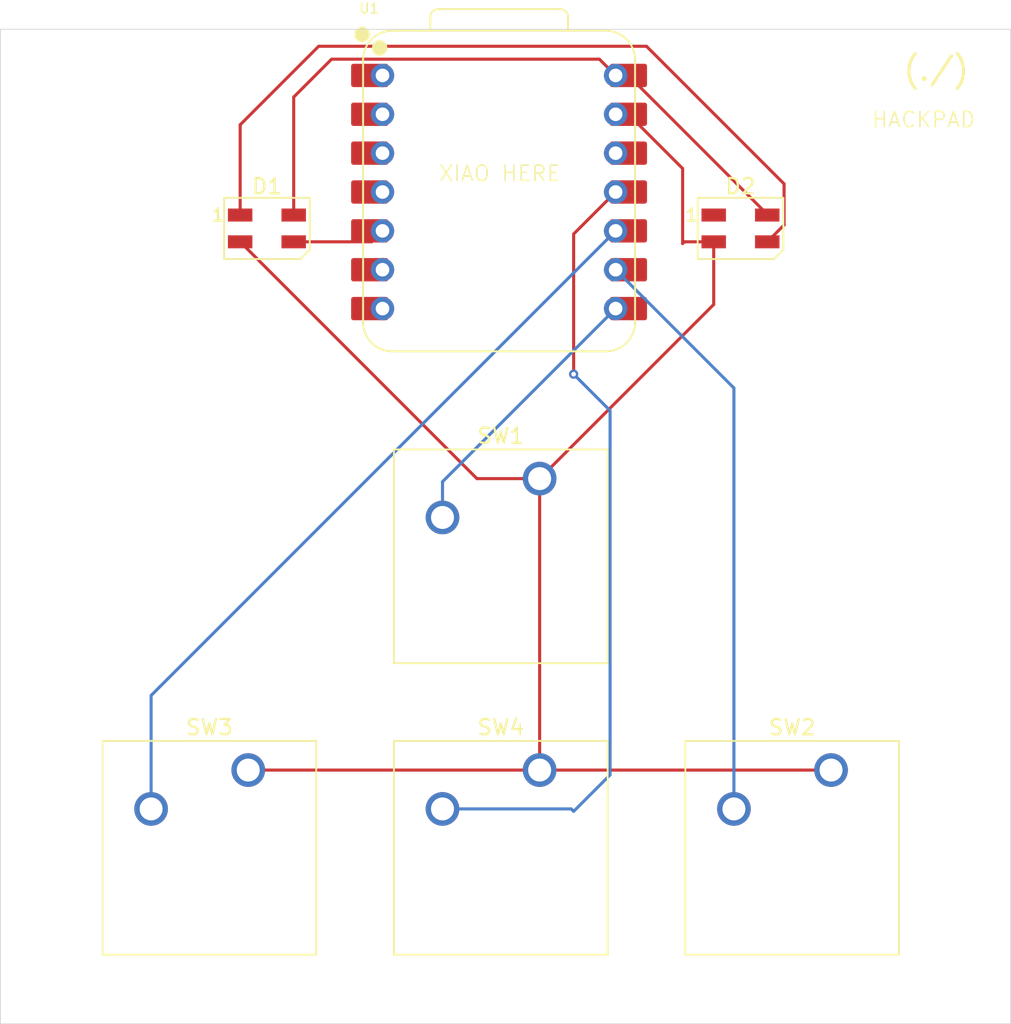
<source format=kicad_pcb>
(kicad_pcb (version 20241229) (generator "pcbnew") (generator_version "9.0")
  (layers (0 "F.Cu" signal) (2 "B.Cu" signal) (13 "F.Paste" user) (15 "B.Paste" user) (5 "F.SilkS" user "F.Silkscreen") (7 "B.SilkS" user "B.Silkscreen") (1 "F.Mask" user) (3 "B.Mask" user) (25 "Edge.Cuts" user))
  (net 0 "")
  (net 1 "Net-(D1-DIN)")
  (net 2 "GND")
  (net 3 "Net-(D1-DOUT)")
  (net 4 "+5V")
  (net 6 "Net-(U1-GPIO1{slash}RX)")
  (net 7 "Net-(U1-GPIO2{slash}SCK)")
  (net 8 "Net-(U1-GPIO4{slash}MISO)")
  (net 9 "Net-(U1-GPIO3{slash}MOSI)")
  (footprint "LED_SMD:LED_SK6812MINI_PLCC4_3.5x3.5mm_P1.75mm" (layer "F.Cu") (at 153.78125 100.0125)
    (property "Reference" "D2" (at 0 -2.75 0) (layer "F.SilkS"))
    (property "Value" "SK6812MINI")
    (fp_line (start -2.8 -2) (end -2.8 2) (stroke (width 0.12)) (layer "F.SilkS"))
    (fp_line (start -2.8 -2) (end 2.8 -2) (stroke (width 0.12)) (layer "F.SilkS"))
    (fp_line (start -2.8 2) (end 2.2 2) (stroke (width 0.12)) (layer "F.SilkS"))
    (fp_line (start 2.8 1.4) (end 2.2 2) (stroke (width 0.12)) (layer "F.SilkS"))
    (fp_line (start 2.8 1.4) (end 2.8 -2) (stroke (width 0.12)) (layer "F.SilkS"))
    (fp_text user "1" (at -3.2 -0.875 0) (layer "F.SilkS") (effects (font (size 0.8 0.8))))
    (pad "1" smd rect (at -1.75 -0.875) (size 1.6 0.85) (layers "F.Cu" "F.Mask" "F.Paste"))
    (pad "2" smd rect (at -1.75 0.875) (size 1.6 0.85) (layers "F.Cu" "F.Mask" "F.Paste") (net 2 "GND"))
    (pad "3" smd rect (at 1.75 0.875) (size 1.6 0.85) (layers "F.Cu" "F.Mask" "F.Paste") (net 3 "Net-(D1-DOUT)"))
    (pad "4" smd rect (at 1.75 -0.875) (size 1.6 0.85) (layers "F.Cu" "F.Mask" "F.Paste") (net 4 "+5V"))
  )
  (footprint "Button_Switch_Keyboard:SW_Cherry_MX_1.00u_PCB" (layer "F.Cu") (at 121.6025 135.41375)
    (property "Reference" "SW3" (at -2.54 -2.794 0) (layer "F.SilkS"))
    (property "Value" "SW_Push")
    (fp_line (start -9.525 -1.905) (end 4.445 -1.905) (stroke (width 0.12)) (layer "F.SilkS"))
    (fp_line (start -9.525 12.065) (end -9.525 -1.905) (stroke (width 0.12)) (layer "F.SilkS"))
    (fp_line (start 4.445 -1.905) (end 4.445 12.065) (stroke (width 0.12)) (layer "F.SilkS"))
    (fp_line (start 4.445 12.065) (end -9.525 12.065) (stroke (width 0.12)) (layer "F.SilkS"))
    (pad "" np_thru_hole circle (at -7.62 5.08) (size 1.7 1.7) (drill 1.7) (layers "*.Cu" "*.Mask"))
    (pad "" np_thru_hole circle (at -2.54 5.08) (size 4 4) (drill 4) (layers "*.Cu" "*.Mask"))
    (pad "" np_thru_hole circle (at 2.54 5.08) (size 1.7 1.7) (drill 1.7) (layers "*.Cu" "*.Mask"))
    (pad "1" thru_hole circle (at 0 0) (size 2.2 2.2) (drill 1.5) (layers "*.Cu" "*.Mask") (net 2 "GND"))
    (pad "2" thru_hole circle (at -6.35 2.54) (size 2.2 2.2) (drill 1.5) (layers "*.Cu" "*.Mask") (net 8 "Net-(U1-GPIO4{slash}MISO)"))
  )
  (footprint "Button_Switch_Keyboard:SW_Cherry_MX_1.00u_PCB" (layer "F.Cu") (at 140.6525 116.36375)
    (property "Reference" "SW1" (at -2.54 -2.794 0) (layer "F.SilkS"))
    (property "Value" "SW_Push")
    (fp_line (start -9.525 -1.905) (end 4.445 -1.905) (stroke (width 0.12)) (layer "F.SilkS"))
    (fp_line (start -9.525 12.065) (end -9.525 -1.905) (stroke (width 0.12)) (layer "F.SilkS"))
    (fp_line (start 4.445 -1.905) (end 4.445 12.065) (stroke (width 0.12)) (layer "F.SilkS"))
    (fp_line (start 4.445 12.065) (end -9.525 12.065) (stroke (width 0.12)) (layer "F.SilkS"))
    (pad "" np_thru_hole circle (at -7.62 5.08) (size 1.7 1.7) (drill 1.7) (layers "*.Cu" "*.Mask"))
    (pad "" np_thru_hole circle (at -2.54 5.08) (size 4 4) (drill 4) (layers "*.Cu" "*.Mask"))
    (pad "" np_thru_hole circle (at 2.54 5.08) (size 1.7 1.7) (drill 1.7) (layers "*.Cu" "*.Mask"))
    (pad "1" thru_hole circle (at 0 0) (size 2.2 2.2) (drill 1.5) (layers "*.Cu" "*.Mask") (net 2 "GND"))
    (pad "2" thru_hole circle (at -6.35 2.54) (size 2.2 2.2) (drill 1.5) (layers "*.Cu" "*.Mask") (net 6 "Net-(U1-GPIO1{slash}RX)"))
  )
  (footprint "Button_Switch_Keyboard:SW_Cherry_MX_1.00u_PCB" (layer "F.Cu") (at 159.7025 135.41375)
    (property "Reference" "SW2" (at -2.54 -2.794 0) (layer "F.SilkS"))
    (property "Value" "SW_Push")
    (fp_line (start -9.525 -1.905) (end 4.445 -1.905) (stroke (width 0.12)) (layer "F.SilkS"))
    (fp_line (start -9.525 12.065) (end -9.525 -1.905) (stroke (width 0.12)) (layer "F.SilkS"))
    (fp_line (start 4.445 -1.905) (end 4.445 12.065) (stroke (width 0.12)) (layer "F.SilkS"))
    (fp_line (start 4.445 12.065) (end -9.525 12.065) (stroke (width 0.12)) (layer "F.SilkS"))
    (pad "" np_thru_hole circle (at -7.62 5.08) (size 1.7 1.7) (drill 1.7) (layers "*.Cu" "*.Mask"))
    (pad "" np_thru_hole circle (at -2.54 5.08) (size 4 4) (drill 4) (layers "*.Cu" "*.Mask"))
    (pad "" np_thru_hole circle (at 2.54 5.08) (size 1.7 1.7) (drill 1.7) (layers "*.Cu" "*.Mask"))
    (pad "1" thru_hole circle (at 0 0) (size 2.2 2.2) (drill 1.5) (layers "*.Cu" "*.Mask") (net 2 "GND"))
    (pad "2" thru_hole circle (at -6.35 2.54) (size 2.2 2.2) (drill 1.5) (layers "*.Cu" "*.Mask") (net 7 "Net-(U1-GPIO2{slash}SCK)"))
  )
  (footprint "OPL:XIAO-RP2040-DIP" (layer "F.Cu") (at 138 97.63125)
    (property "Reference" "U1" (at -8.5 -12 0) (layer "F.SilkS") (effects (font (size 0.635 0.635) (thickness 0.1016))))
    (property "Value" "XIAO-RP2040-DIP")
    (fp_line (start -8.89 8.509) (end -8.89 -8.636) (stroke (width 0.127)) (layer "F.SilkS"))
    (fp_line (start -6.985 10.414) (end 6.985 10.414) (stroke (width 0.127)) (layer "F.SilkS"))
    (fp_line (start -4.495 -10.541) (end -4.491272 -11.451272) (stroke (width 0.127)) (layer "F.SilkS"))
    (fp_line (start -3.991272 -11.951) (end 4.004 -11.951) (stroke (width 0.127)) (layer "F.SilkS"))
    (fp_line (start 4.504 -11.451) (end 4.504 -10.541) (stroke (width 0.127)) (layer "F.SilkS"))
    (fp_line (start 6.985 -10.541) (end -6.985 -10.541) (stroke (width 0.1)) (layer "F.SilkS"))
    (fp_line (start 6.985 -10.541) (end -6.985 -10.541) (stroke (width 0.127)) (layer "F.SilkS"))
    (fp_line (start 8.89 8.509) (end 8.89 -8.636) (stroke (width 0.127)) (layer "F.SilkS"))
    (fp_arc (start -8.89 -8.636) (mid -8.332038 -9.983038) (end -6.985 -10.541) (stroke (width 0.127)) (layer "F.SilkS"))
    (fp_arc (start -6.985 10.414) (mid -8.332038 9.856038) (end -8.89 8.509) (stroke (width 0.127)) (layer "F.SilkS"))
    (fp_arc (start -4.491272 -11.451272) (mid -4.344728 -11.80464) (end -3.991272 -11.951) (stroke (width 0.127)) (layer "F.SilkS"))
    (fp_arc (start 4.004 -11.951) (mid 4.357553 -11.804553) (end 4.504 -11.451) (stroke (width 0.127)) (layer "F.SilkS"))
    (fp_arc (start 6.985 -10.541) (mid 8.332038 -9.983038) (end 8.89 -8.636) (stroke (width 0.127)) (layer "F.SilkS"))
    (fp_arc (start 8.89 8.509) (mid 8.332038 9.856038) (end 6.985 10.414) (stroke (width 0.127)) (layer "F.SilkS"))
    (fp_circle (center -8.95 -10.3) (end -8.95 -10.554) (stroke (width 0.5)) (fill yes) (layer "F.SilkS"))
    (fp_circle (center -7.807 -9.42) (end -7.807 -9.674) (stroke (width 0.5)) (fill yes) (layer "F.SilkS"))
    (pad "1" smd roundrect (at -8.455 -7.62 180) (size 2.432 1.524) (layers "F.Cu" "F.Mask") (roundrect_rratio 0.1))
    (pad "1" thru_hole circle (at -7.62 -7.62 180) (size 1.524 1.524) (drill 0.889) (layers "*.Cu" "*.Mask"))
    (pad "2" smd roundrect (at -8.455 -5.08 180) (size 2.432 1.524) (layers "F.Cu" "F.Mask") (roundrect_rratio 0.1))
    (pad "2" thru_hole circle (at -7.62 -5.08 180) (size 1.524 1.524) (drill 0.889) (layers "*.Cu" "*.Mask"))
    (pad "3" smd roundrect (at -8.455 -2.54 180) (size 2.432 1.524) (layers "F.Cu" "F.Mask") (roundrect_rratio 0.1))
    (pad "3" thru_hole circle (at -7.62 -2.54 180) (size 1.524 1.524) (drill 0.889) (layers "*.Cu" "*.Mask"))
    (pad "4" smd roundrect (at -8.455 0 180) (size 2.432 1.524) (layers "F.Cu" "F.Mask") (roundrect_rratio 0.1))
    (pad "4" thru_hole circle (at -7.62 0 180) (size 1.524 1.524) (drill 0.889) (layers "*.Cu" "*.Mask"))
    (pad "5" smd roundrect (at -8.455 2.54 180) (size 2.432 1.524) (layers "F.Cu" "F.Mask") (roundrect_rratio 0.1) (net 1 "Net-(D1-DIN)"))
    (pad "5" thru_hole circle (at -7.62 2.54 180) (size 1.524 1.524) (drill 0.889) (layers "*.Cu" "*.Mask") (net 1 "Net-(D1-DIN)"))
    (pad "6" smd roundrect (at -8.455 5.08 180) (size 2.432 1.524) (layers "F.Cu" "F.Mask") (roundrect_rratio 0.1))
    (pad "6" thru_hole circle (at -7.62 5.08 180) (size 1.524 1.524) (drill 0.889) (layers "*.Cu" "*.Mask"))
    (pad "7" smd roundrect (at -8.455 7.62 180) (size 2.432 1.524) (layers "F.Cu" "F.Mask") (roundrect_rratio 0.1))
    (pad "7" thru_hole circle (at -7.62 7.62 180) (size 1.524 1.524) (drill 0.889) (layers "*.Cu" "*.Mask"))
    (pad "8" thru_hole circle (at 7.62 7.62) (size 1.524 1.524) (drill 0.889) (layers "*.Cu" "*.Mask") (net 6 "Net-(U1-GPIO1{slash}RX)"))
    (pad "8" smd roundrect (at 8.455 7.62) (size 2.432 1.524) (layers "F.Cu" "F.Mask") (roundrect_rratio 0.1) (net 6 "Net-(U1-GPIO1{slash}RX)"))
    (pad "9" thru_hole circle (at 7.62 5.08) (size 1.524 1.524) (drill 0.889) (layers "*.Cu" "*.Mask") (net 7 "Net-(U1-GPIO2{slash}SCK)"))
    (pad "9" smd roundrect (at 8.455 5.08) (size 2.432 1.524) (layers "F.Cu" "F.Mask") (roundrect_rratio 0.1) (net 7 "Net-(U1-GPIO2{slash}SCK)"))
    (pad "10" thru_hole circle (at 7.62 2.54) (size 1.524 1.524) (drill 0.889) (layers "*.Cu" "*.Mask") (net 8 "Net-(U1-GPIO4{slash}MISO)"))
    (pad "10" smd roundrect (at 8.455 2.54) (size 2.432 1.524) (layers "F.Cu" "F.Mask") (roundrect_rratio 0.1) (net 8 "Net-(U1-GPIO4{slash}MISO)"))
    (pad "11" thru_hole circle (at 7.62 0) (size 1.524 1.524) (drill 0.889) (layers "*.Cu" "*.Mask") (net 9 "Net-(U1-GPIO3{slash}MOSI)"))
    (pad "11" smd roundrect (at 8.455 0) (size 2.432 1.524) (layers "F.Cu" "F.Mask") (roundrect_rratio 0.1) (net 9 "Net-(U1-GPIO3{slash}MOSI)"))
    (pad "12" thru_hole circle (at 7.62 -2.54) (size 1.524 1.524) (drill 0.889) (layers "*.Cu" "*.Mask"))
    (pad "12" smd roundrect (at 8.455 -2.54) (size 2.432 1.524) (layers "F.Cu" "F.Mask") (roundrect_rratio 0.1))
    (pad "13" thru_hole circle (at 7.62 -5.08) (size 1.524 1.524) (drill 0.889) (layers "*.Cu" "*.Mask") (net 2 "GND"))
    (pad "13" smd roundrect (at 8.455 -5.08) (size 2.432 1.524) (layers "F.Cu" "F.Mask") (roundrect_rratio 0.1) (net 2 "GND"))
    (pad "14" thru_hole circle (at 7.62 -7.62) (size 1.524 1.524) (drill 0.889) (layers "*.Cu" "*.Mask") (net 4 "+5V"))
    (pad "14" smd roundrect (at 8.455 -7.62) (size 2.432 1.524) (layers "F.Cu" "F.Mask") (roundrect_rratio 0.1) (net 4 "+5V"))
  )
  (footprint "Button_Switch_Keyboard:SW_Cherry_MX_1.00u_PCB" (layer "F.Cu") (at 140.6525 135.41375)
    (property "Reference" "SW4" (at -2.54 -2.794 0) (layer "F.SilkS"))
    (property "Value" "SW_Push")
    (fp_line (start -9.525 -1.905) (end 4.445 -1.905) (stroke (width 0.12)) (layer "F.SilkS"))
    (fp_line (start -9.525 12.065) (end -9.525 -1.905) (stroke (width 0.12)) (layer "F.SilkS"))
    (fp_line (start 4.445 -1.905) (end 4.445 12.065) (stroke (width 0.12)) (layer "F.SilkS"))
    (fp_line (start 4.445 12.065) (end -9.525 12.065) (stroke (width 0.12)) (layer "F.SilkS"))
    (pad "" np_thru_hole circle (at -7.62 5.08) (size 1.7 1.7) (drill 1.7) (layers "*.Cu" "*.Mask"))
    (pad "" np_thru_hole circle (at -2.54 5.08) (size 4 4) (drill 4) (layers "*.Cu" "*.Mask"))
    (pad "" np_thru_hole circle (at 2.54 5.08) (size 1.7 1.7) (drill 1.7) (layers "*.Cu" "*.Mask"))
    (pad "1" thru_hole circle (at 0 0) (size 2.2 2.2) (drill 1.5) (layers "*.Cu" "*.Mask") (net 2 "GND"))
    (pad "2" thru_hole circle (at -6.35 2.54) (size 2.2 2.2) (drill 1.5) (layers "*.Cu" "*.Mask") (net 9 "Net-(U1-GPIO3{slash}MOSI)"))
  )
  (footprint "LED_SMD:LED_SK6812MINI_PLCC4_3.5x3.5mm_P1.75mm" (layer "F.Cu") (at 122.825 100.0125)
    (property "Reference" "D1" (at 0 -2.75 0) (layer "F.SilkS"))
    (property "Value" "SK6812MINI")
    (fp_line (start -2.8 -2) (end -2.8 2) (stroke (width 0.12)) (layer "F.SilkS"))
    (fp_line (start -2.8 -2) (end 2.8 -2) (stroke (width 0.12)) (layer "F.SilkS"))
    (fp_line (start -2.8 2) (end 2.2 2) (stroke (width 0.12)) (layer "F.SilkS"))
    (fp_line (start 2.8 1.4) (end 2.2 2) (stroke (width 0.12)) (layer "F.SilkS"))
    (fp_line (start 2.8 1.4) (end 2.8 -2) (stroke (width 0.12)) (layer "F.SilkS"))
    (fp_text user "1" (at -3.2 -0.875 0) (layer "F.SilkS") (effects (font (size 0.8 0.8))))
    (pad "1" smd rect (at -1.75 -0.875) (size 1.6 0.85) (layers "F.Cu" "F.Mask" "F.Paste") (net 3 "Net-(D1-DOUT)"))
    (pad "2" smd rect (at -1.75 0.875) (size 1.6 0.85) (layers "F.Cu" "F.Mask" "F.Paste") (net 2 "GND"))
    (pad "3" smd rect (at 1.75 0.875) (size 1.6 0.85) (layers "F.Cu" "F.Mask" "F.Paste") (net 1 "Net-(D1-DIN)"))
    (pad "4" smd rect (at 1.75 -0.875) (size 1.6 0.85) (layers "F.Cu" "F.Mask" "F.Paste") (net 4 "+5V"))
  )
  (gr_rect (start 105.4 87) (end 171.45 152) (stroke (width 0.05)) (fill no) (layer "Edge.Cuts"))
  (gr_text "HACKPAD" (at 162.30625 93.4875 0) (layer "F.SilkS") (effects (font (size 1 1) (thickness 0.1)) (justify left bottom)))
  (gr_text "XIAO HERE" (at 134 97 0) (layer "F.SilkS") (effects (font (size 1 1) (thickness 0.1)) (justify left bottom)))
  (gr_text "(./)" (at 164.30625 90.4875 0) (layer "F.SilkS") (effects (font (size 1.5 1.5) (thickness 0.2) (bold yes)) (justify left bottom)))
  (segment (start 129.66375 100.8875) (end 130.38 100.17125) (width 0.2) (layer "F.Cu") (net 1))
  (segment (start 124.575 100.8875) (end 129.66375 100.8875) (width 0.2) (layer "F.Cu") (net 1))
  (segment (start 150.1125 100.8875) (end 150 101) (width 0.2) (layer "F.Cu") (net 2))
  (segment (start 140.6525 116.36375) (end 140.6525 135.41375) (width 0.2) (layer "F.Cu") (net 2))
  (segment (start 140.6525 135.41375) (end 159.7025 135.41375) (width 0.2) (layer "F.Cu") (net 2))
  (segment (start 152.03125 100.8875) (end 150.1125 100.8875) (width 0.2) (layer "F.Cu") (net 2))
  (segment (start 136.55125 116.36375) (end 121.075 100.8875) (width 0.2) (layer "F.Cu") (net 2))
  (segment (start 150 101) (end 150 96.09625) (width 0.2) (layer "F.Cu") (net 2))
  (segment (start 140.6525 116.36375) (end 136.55125 116.36375) (width 0.2) (layer "F.Cu") (net 2))
  (segment (start 150 96.09625) (end 146.455 92.55125) (width 0.2) (layer "F.Cu") (net 2))
  (segment (start 152.03125 104.985) (end 152.03125 100.8875) (width 0.2) (layer "F.Cu") (net 2))
  (segment (start 140.6525 116.36375) (end 152.03125 104.985) (width 0.2) (layer "F.Cu") (net 2))
  (segment (start 121.6025 135.41375) (end 140.6525 135.41375) (width 0.2) (layer "F.Cu") (net 2))
  (segment (start 156.63225 99.7865) (end 155.53125 100.8875) (width 0.2) (layer "F.Cu") (net 3))
  (segment (start 126.20625 88.10625) (end 147.6375 88.10625) (width 0.2) (layer "F.Cu") (net 3))
  (segment (start 121.075 93.2375) (end 126.20625 88.10625) (width 0.2) (layer "F.Cu") (net 3))
  (segment (start 121.075 99.1375) (end 121.075 93.2375) (width 0.2) (layer "F.Cu") (net 3))
  (segment (start 156.63225 97.101) (end 156.63225 99.7865) (width 0.2) (layer "F.Cu") (net 3))
  (segment (start 147.6375 88.10625) (end 156.63225 97.101) (width 0.2) (layer "F.Cu") (net 3))
  (segment (start 127.05175 88.94825) (end 144.557 88.94825) (width 0.2) (layer "F.Cu") (net 4))
  (segment (start 155.53125 99.1375) (end 155.53125 99.0875) (width 0.2) (layer "F.Cu") (net 4))
  (segment (start 124.575 91.425) (end 127.05175 88.94825) (width 0.2) (layer "F.Cu") (net 4))
  (segment (start 124.575 99.1375) (end 124.575 91.425) (width 0.2) (layer "F.Cu") (net 4))
  (segment (start 155.53125 99.0875) (end 146.455 90.01125) (width 0.2) (layer "F.Cu") (net 4))
  (segment (start 144.557 88.94825) (end 145.62 90.01125) (width 0.2) (layer "F.Cu") (net 4))
  (segment (start 134.3025 116.56875) (end 145.62 105.25125) (width 0.2) (layer "B.Cu") (net 6))
  (segment (start 134.3025 118.90375) (end 134.3025 116.56875) (width 0.2) (layer "B.Cu") (net 6))
  (segment (start 153.3525 137.95375) (end 153.3525 110.44375) (width 0.2) (layer "B.Cu") (net 7))
  (segment (start 153.3525 110.44375) (end 145.62 102.71125) (width 0.2) (layer "B.Cu") (net 7))
  (segment (start 115.2525 130.53875) (end 145.62 100.17125) (width 0.2) (layer "B.Cu") (net 8))
  (segment (start 115.2525 137.95375) (end 115.2525 130.53875) (width 0.2) (layer "B.Cu") (net 8))
  (segment (start 142.875 109.5375) (end 142.875 100.37625) (width 0.2) (layer "F.Cu") (net 9))
  (segment (start 142.875 100.37625) (end 145.62 97.63125) (width 0.2) (layer "F.Cu") (net 9))
  (via (at 142.875 109.5375) (size 0.6) (drill 0.3) (layers "F.Cu" "B.Cu") (net 9))
  (segment (start 142.875 138.1125) (end 145.25625 135.73125) (width 0.2) (layer "B.Cu") (net 9))
  (segment (start 134.3025 137.95375) (end 142.71625 137.95375) (width 0.2) (layer "B.Cu") (net 9))
  (segment (start 142.71625 137.95375) (end 142.875 138.1125) (width 0.2) (layer "B.Cu") (net 9))
  (segment (start 145.25625 111.91875) (end 142.875 109.5375) (width 0.2) (layer "B.Cu") (net 9))
  (segment (start 145.25625 135.73125) (end 145.25625 111.91875) (width 0.2) (layer "B.Cu") (net 9))
)
</source>
